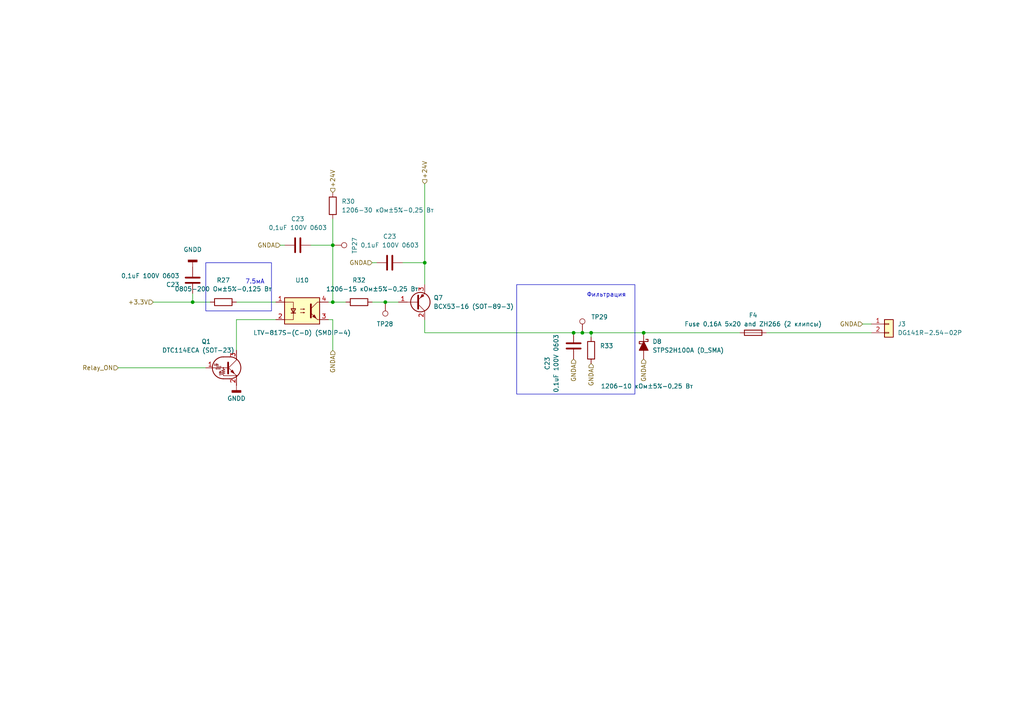
<source format=kicad_sch>
(kicad_sch (version 20250114) (generator "eeschema") (generator_version "9.0")
  (paper "A4")
  (lib_symbols
    (symbol "Connector:TestPoint" (pin_numbers (hide yes)) (pin_names (offset 0.762) (hide yes))
      (property "Reference" "TP" (at 0 6.858 0))
      (property "Value" "TestPoint" (at 0 5.08 0))
      (symbol "TestPoint_0_1"
        (circle (center 0 3.302) (radius 0.762))
      )
      (symbol "TestPoint_1_1"
        (pin passive line (at 0 0 90) (length 2.54) (name "1") (number "1"))
      )
    )
    (symbol "Connector_Generic:Conn_01x02" (pin_names (offset 1.016) (hide yes))
      (property "Reference" "J" (at 0 2.54 0))
      (property "Value" "Conn_01x02" (at 0 -5.08 0))
      (symbol "Conn_01x02_1_1"
        (rectangle (start -1.27 1.27) (end 1.27 -3.81) (stroke (width 0.254)) (fill (type background)))
        (rectangle (start -1.27 0.127) (end 0 -0.127) (stroke (width 0.1524)))
        (rectangle (start -1.27 -2.413) (end 0 -2.667) (stroke (width 0.1524)))
        (pin passive line (at -5.08 0 0) (length 3.81) (name "Pin_1") (number "1"))
        (pin passive line (at -5.08 -2.54 0) (length 3.81) (name "Pin_2") (number "2"))
      )
    )
    (symbol "Device:C" (pin_numbers (hide yes)) (pin_names (offset 0.254))
      (property "Reference" "C" (at 0.635 2.54 0))
      (property "Value" "C" (at 0.635 -2.54 0))
      (symbol "C_0_1"
        (polyline (pts (xy -2.032 0.762) (xy 2.032 0.762)) (stroke (width 0.508)))
        (polyline (pts (xy -2.032 -0.762) (xy 2.032 -0.762)) (stroke (width 0.508)))
      )
      (symbol "C_1_1"
        (pin passive line (at 0 3.81 270) (length 2.794) (name "~") (number "1"))
        (pin passive line (at 0 -3.81 90) (length 2.794) (name "~") (number "2"))
      )
    )
    (symbol "Device:Fuse" (pin_numbers (hide yes)) (pin_names (offset 0))
      (property "Reference" "F" (at 2.032 0 90))
      (property "Value" "Fuse" (at -1.905 0 90))
      (symbol "Fuse_0_1"
        (rectangle (start -0.762 -2.54) (end 0.762 2.54) (stroke (width 0.254)))
        (polyline (pts (xy 0 2.54) (xy 0 -2.54)))
      )
      (symbol "Fuse_1_1"
        (pin passive line (at 0 3.81 270) (length 1.27) (name "~") (number "1"))
        (pin passive line (at 0 -3.81 90) (length 1.27) (name "~") (number "2"))
      )
    )
    (symbol "Device:R" (pin_numbers (hide yes)) (pin_names (offset 0))
      (property "Reference" "R" (at 2.032 0 90))
      (property "Value" "R" (at 0 0 90))
      (symbol "R_0_1"
        (rectangle (start -1.016 -2.54) (end 1.016 2.54) (stroke (width 0.254)))
      )
      (symbol "R_1_1"
        (pin passive line (at 0 3.81 270) (length 1.27) (name "~") (number "1"))
        (pin passive line (at 0 -3.81 90) (length 1.27) (name "~") (number "2"))
      )
    )
    (symbol "Isolator:LTV-817S" (pin_names (offset 1.016))
      (property "Reference" "U" (at -3.81 5.08 0))
      (property "Value" "LTV-817S" (at 0 -5.08 0))
      (symbol "LTV-817S_1_1"
        (rectangle (start -5.08 3.81) (end 5.08 -3.81) (stroke (width 0.254)) (fill (type background)))
        (polyline (pts (xy -5.08 2.54) (xy -2.54 2.54) (xy -2.54 -0.762)))
        (polyline (pts (xy -3.175 -0.635) (xy -1.905 -0.635)) (stroke (width 0.254)))
        (polyline (pts (xy -2.54 -0.635) (xy -2.54 -2.54) (xy -5.08 -2.54)))
        (polyline (pts (xy -2.54 -0.635) (xy -3.175 0.635) (xy -1.905 0.635) (xy -2.54 -0.635)) (stroke (width 0.254)))
        (polyline (pts (xy -0.508 0.508) (xy 0.762 0.508) (xy 0.381 0.381) (xy 0.381 0.635) (xy 0.762 0.508)))
        (polyline (pts (xy -0.508 -0.508) (xy 0.762 -0.508) (xy 0.381 -0.635) (xy 0.381 -0.381) (xy 0.762 -0.508)))
        (polyline (pts (xy 2.54 1.905) (xy 2.54 -1.905) (xy 2.54 -1.905)) (stroke (width 0.508)))
        (polyline (pts (xy 2.54 0.635) (xy 4.445 2.54)))
        (polyline (pts (xy 3.048 -1.651) (xy 3.556 -1.143) (xy 4.064 -2.159) (xy 3.048 -1.651) (xy 3.048 -1.651)) (fill (type outline)))
        (polyline (pts (xy 4.445 2.54) (xy 5.08 2.54)))
        (polyline (pts (xy 4.445 -2.54) (xy 2.54 -0.635)) (fill (type outline)))
        (polyline (pts (xy 4.445 -2.54) (xy 5.08 -2.54)))
        (pin passive line (at -7.62 2.54 0) (length 2.54) (name "~") (number "1"))
        (pin passive line (at -7.62 -2.54 0) (length 2.54) (name "~") (number "2"))
        (pin passive line (at 7.62 2.54 180) (length 2.54) (name "~") (number "4"))
        (pin passive line (at 7.62 -2.54 180) (length 2.54) (name "~") (number "3"))
      )
    )
    (symbol "PCM_Diode_Schottky_AKL:STPS2H100A" (pin_numbers (hide yes)) (pin_names (offset 1.016) (hide yes))
      (property "Reference" "D" (at 0 5.08 0))
      (property "Value" "STPS2H100A" (at 0 2.54 0))
      (symbol "STPS2H100A_0_1"
        (polyline (pts (xy -1.27 0) (xy 1.27 0)))
        (polyline (pts (xy -1.27 -1.27) (xy -1.27 1.27) (xy 1.27 0) (xy -1.27 -1.27)) (stroke (width 0.254)) (fill (type outline)))
        (polyline (pts (xy 1.905 -0.635) (xy 1.905 -1.27) (xy 1.27 -1.27) (xy 1.27 1.27) (xy 0.635 1.27) (xy 0.635 0.635)) (stroke (width 0.254)))
      )
      (symbol "STPS2H100A_1_1"
        (pin passive line (at -3.81 0 0) (length 2.54) (name "A") (number "2"))
        (pin passive line (at 3.81 0 180) (length 2.54) (name "K") (number "1"))
      )
    )
    (symbol "Transistor_BJT:BCX53" (pin_names (offset 0) (hide yes))
      (property "Reference" "Q" (at 5.08 1.905 0))
      (property "Value" "BCX53" (at 5.08 0 0))
      (symbol "BCX53_0_1"
        (polyline (pts (xy -2.54 0) (xy 0.635 0)))
        (polyline (pts (xy 0.635 1.905) (xy 0.635 -1.905)) (stroke (width 0.508)))
        (polyline (pts (xy 0.635 0.635) (xy 2.54 2.54)))
        (polyline (pts (xy 0.635 -0.635) (xy 2.54 -2.54)))
        (circle (center 1.27 0) (radius 2.8194) (stroke (width 0.254)))
        (polyline (pts (xy 2.286 -1.778) (xy 1.778 -2.286) (xy 1.27 -1.27) (xy 2.286 -1.778)) (fill (type outline)))
      )
      (symbol "BCX53_1_1"
        (pin input line (at -5.08 0 0) (length 2.54) (name "B") (number "1"))
        (pin passive line (at 2.54 5.08 270) (length 2.54) (name "C") (number "2"))
        (pin passive line (at 2.54 -5.08 90) (length 2.54) (name "E") (number "3"))
      )
    )
    (symbol "Transistor_BJT:DTC114E" (pin_names (offset 0) (hide yes))
      (property "Reference" "Q" (at 5.08 1.905 0))
      (property "Value" "DTC114E" (at 5.08 0 0))
      (symbol "DTC114E_0_0"
        (text "10k" (at -3.302 0.889 0) (effects (font (size 0.508 0.508))))
        (text "10k" (at -2.159 -1.524 900) (effects (font (size 0.508 0.508))))
      )
      (symbol "DTC114E_0_1"
        (polyline (pts (xy -3.429 0) (xy -3.81 0)))
        (polyline (pts (xy -1.27 3.175) (xy 0.635 3.175)) (stroke (width 0.254)))
        (circle (center -1.27 0) (radius 0.127))
        (polyline (pts (xy -1.27 0) (xy -1.27 -0.381) (xy -0.762 -0.508) (xy -1.778 -0.762) (xy -0.762 -1.016) (xy -1.778 -1.27) (xy -0.762 -1.524) (xy -1.778 -1.778) (xy -1.27 -1.905) (xy -1.27 -2.286) (xy 2.54 -2.286)))
        (polyline (pts (xy -1.27 -3.175) (xy 0.635 -3.175)) (stroke (width 0.254)))
        (arc (start -1.27 -3.175) (mid -4.4312 0) (end -1.27 3.175) (stroke (width 0.254)))
        (polyline (pts (xy 0 0) (xy -1.905 0) (xy -2.032 0.508) (xy -2.286 -0.508) (xy -2.54 0.508) (xy -2.794 -0.508) (xy -3.048 0.508) (xy -3.302 -0.508) (xy -3.429 0)))
        (polyline (pts (xy 0 -0.254) (xy 2.54 2.286)))
        (polyline (pts (xy 0.127 1.524) (xy 0.127 -1.651)) (stroke (width 0.508)) (fill (type outline)))
        (arc (start 0.635 3.175) (mid 3.7962 0) (end 0.635 -3.175) (stroke (width 0.254)))
        (polyline (pts (xy 0.889 -1.143) (xy 1.397 -0.635) (xy 1.905 -1.651) (xy 0.889 -1.143)) (fill (type outline)))
        (polyline (pts (xy 2.54 2.286) (xy 2.54 2.54)))
        (polyline (pts (xy 2.54 -2.286) (xy 0 0.254) (xy 0 0.254)))
        (circle (center 2.54 -2.286) (radius 0.127))
      )
      (symbol "DTC114E_1_1"
        (pin input line (at -6.35 0 0) (length 2.54) (name "B") (number "1"))
        (pin passive line (at 2.54 5.08 270) (length 2.54) (name "C") (number "3"))
        (pin passive line (at 2.54 -5.08 90) (length 2.54) (name "E") (number "2"))
      )
    )
    (symbol "power:GNDD" (power) (pin_numbers (hide yes)) (pin_names (offset 0) (hide yes))
      (property "Value" "GNDD" (at 0 -3.175 0))
      (symbol "GNDD_0_1"
        (rectangle (start -1.27 -1.524) (end 1.27 -2.032) (stroke (width 0.254)) (fill (type outline)))
        (polyline (pts (xy 0 0) (xy 0 -1.524)))
      )
      (symbol "GNDD_1_1"
        (pin power_in line (at 0 0 270) (length 0) (name "~") (number "1"))
      )
    )
  )
  (rectangle (start 59.69 76.2) (end 78.74 90.17))
  (rectangle (start 149.86 82.55) (end 184.15 114.3))
  (text "7.5мА" (at 71.12 82.55 0) (effects (font (size 1.27 1.27)) (justify left bottom)))
  (text "Фильтрация" (at 170.18 86.36 0) (effects (font (size 1.27 1.27)) (justify left bottom)))
  (junction (at 55.88 87.63))
  (junction (at 166.37 96.52))
  (junction (at 96.52 87.63))
  (junction (at 111.76 87.63))
  (junction (at 186.69 96.52))
  (junction (at 168.91 96.52))
  (junction (at 123.19 76.2))
  (junction (at 96.52 71.12))
  (junction (at 171.45 96.52))
  (wire (pts (xy 68.58 87.63) (xy 80.01 87.63)))
  (wire (pts (xy 80.01 92.71) (xy 68.58 92.71)))
  (wire (pts (xy 168.91 96.52) (xy 171.45 96.52)))
  (wire (pts (xy 96.52 92.71) (xy 96.52 101.6)))
  (wire (pts (xy 171.45 96.52) (xy 171.45 97.79)))
  (wire (pts (xy 55.88 87.63) (xy 60.96 87.63)))
  (wire (pts (xy 95.25 92.71) (xy 96.52 92.71)))
  (wire (pts (xy 171.45 96.52) (xy 186.69 96.52)))
  (wire (pts (xy 123.19 76.2) (xy 123.19 82.55)))
  (wire (pts (xy 90.17 71.12) (xy 96.52 71.12)))
  (wire (pts (xy 123.19 96.52) (xy 166.37 96.52)))
  (wire (pts (xy 116.84 76.2) (xy 123.19 76.2)))
  (wire (pts (xy 111.76 87.63) (xy 115.57 87.63)))
  (wire (pts (xy 107.95 76.2) (xy 109.22 76.2)))
  (wire (pts (xy 96.52 71.12) (xy 96.52 87.63)))
  (wire (pts (xy 44.45 87.63) (xy 55.88 87.63)))
  (wire (pts (xy 96.52 63.5) (xy 96.52 71.12)))
  (wire (pts (xy 123.19 53.34) (xy 123.19 76.2)))
  (wire (pts (xy 166.37 96.52) (xy 168.91 96.52)))
  (wire (pts (xy 96.52 87.63) (xy 100.33 87.63)))
  (wire (pts (xy 123.19 92.71) (xy 123.19 96.52)))
  (wire (pts (xy 186.69 96.52) (xy 214.63 96.52)))
  (wire (pts (xy 34.29 106.68) (xy 59.69 106.68)))
  (wire (pts (xy 68.58 92.71) (xy 68.58 101.6)))
  (wire (pts (xy 222.25 96.52) (xy 252.73 96.52)))
  (wire (pts (xy 107.95 87.63) (xy 111.76 87.63)))
  (wire (pts (xy 96.52 87.63) (xy 95.25 87.63)))
  (wire (pts (xy 55.88 85.09) (xy 55.88 87.63)))
  (wire (pts (xy 81.28 71.12) (xy 82.55 71.12)))
  (wire (pts (xy 250.19 93.98) (xy 252.73 93.98)))
  (hierarchical_label "+3.3V" (shape input) (at 44.45 87.63 180))
  (hierarchical_label "GNDA" (shape input) (at 186.69 104.14 270))
  (hierarchical_label "+24V" (shape input) (at 96.52 55.88 90))
  (hierarchical_label "GNDA" (shape input) (at 250.19 93.98 180))
  (hierarchical_label "GNDA" (shape input) (at 166.37 104.14 270))
  (hierarchical_label "+24V" (shape input) (at 123.19 53.34 90))
  (hierarchical_label "GNDA" (shape input) (at 81.28 71.12 180))
  (hierarchical_label "GNDA" (shape input) (at 171.45 105.41 270))
  (hierarchical_label "GNDA" (shape input) (at 96.52 101.6 270))
  (hierarchical_label "GNDA" (shape input) (at 107.95 76.2 180))
  (hierarchical_label "Relay_ON" (shape input) (at 34.29 106.68 180))
  (symbol (lib_id "Connector:TestPoint") (at 168.91 96.52 0) (unit 1) (in_bom no)
    (property "Reference" "TP29" (at 171.45 91.948 0) (effects (justify left)))
    (property "Value" "TestPoint" (effects (hide yes)))
    (property "Footprint" "TestPoint:TestPoint_Pad_D1.0mm" (effects (hide yes)))
    (property "Description" "test point" (effects (hide yes)))
  )
  (symbol (lib_id "Device:R") (at 64.77 87.63 90) (unit 1)
    (property "Reference" "R31" (at 64.77 81.28 90))
    (property "Value" "0805-200 Ом±5%-0,125 Вт" (at 64.77 83.82 90))
    (property "Footprint" "Resistor_SMD:R_0805_2012Metric" (effects (hide yes)))
    (property "Description" "Resistor" (effects (hide yes)))
    (instances (project "Плата симистров" (path "" (reference "R27") (unit 1)) (path "" (reference "R15") (unit 1)) (path "" (reference "R19") (unit 1)) (path "" (reference "R23") (unit 1))) (project "analog_io_board" (path "" (reference "R31") (unit 1))))
  )
  (symbol (lib_id "Device:R") (at 104.14 87.63 90) (unit 1)
    (property "Reference" "R32" (at 104.14 81.28 90))
    (property "Value" "1206-15 кОм±5%-0,25 Вт" (at 107.95 83.82 90))
    (property "Footprint" "Resistor_SMD:R_1206_3216Metric" (effects (hide yes)))
    (property "Description" "Resistor" (effects (hide yes)))
  )
  (symbol (lib_id "Device:C") (at 166.37 100.33 0) (unit 1)
    (property "Reference" "C35" (at 158.75 105.41 90))
    (property "Value" "0,1uF 100V 0603" (at 161.29 105.41 90))
    (property "Footprint" "Capacitor_SMD:C_0603_1608Metric" (effects (hide yes)))
    (property "Description" "Unpolarized capacitor" (effects (hide yes)))
    (instances (project "Плата симистров" (path "" (reference "C23") (unit 1)) (path "" (reference "C26") (unit 1)) (path "" (reference "C17") (unit 1)) (path "" (reference "C20") (unit 1)) (path "" (reference "C23") (unit 1))) (project "analog_io_board" (path "" (reference "C35") (unit 1))))
  )
  (symbol (lib_id "power:GNDD") (at 68.58 111.76 0) (unit 1)
    (property "Reference" "#PWR090" (effects (hide yes)))
    (property "Value" "GNDD" (at 68.58 115.57 0))
    (property "Description" "Power symbol creates a global label with name \"GNDD\" , digital ground" (effects (hide yes)))
    (instances (project "Плата симистров" (path "" (reference "#PWR021") (unit 1)) (path "" (reference "#PWR039") (unit 1)) (path "" (reference "#PWR036") (unit 1)) (path "" (reference "#PWR037") (unit 1)) (path "" (reference "#PWR038") (unit 1))) (project "Плата внешних шаговых двигателей" (path "" (reference "#PWR014") (unit 1))) (project "analog_io_board" (path "" (reference "#PWR090") (unit 1))))
  )
  (symbol (lib_id "Connector:TestPoint") (at 111.76 87.63 180) (unit 1) (in_bom no)
    (property "Reference" "TP28" (at 109.22 93.98 0) (effects (justify right)))
    (property "Value" "TestPoint" (effects (hide yes)))
    (property "Footprint" "TestPoint:TestPoint_Pad_D1.0mm" (effects (hide yes)))
    (property "Description" "test point" (effects (hide yes)))
  )
  (symbol (lib_id "Device:R") (at 171.45 101.6 0) (unit 1)
    (property "Reference" "R33" (at 173.99 100.33 0) (effects (justify left)))
    (property "Value" "1206-10 кОм±5%-0,25 Вт" (at 174.244 112.014 0) (effects (justify left)))
    (property "Footprint" "Resistor_SMD:R_1206_3216Metric" (effects (hide yes)))
    (property "Description" "Resistor" (effects (hide yes)))
  )
  (symbol (lib_id "Device:R") (at 96.52 59.69 180) (unit 1)
    (property "Reference" "R30" (at 99.06 58.42 0) (effects (justify right)))
    (property "Value" "1206-30 кОм±5%-0,25 Вт" (at 99.06 60.96 0) (effects (justify right)))
    (property "Footprint" "Resistor_SMD:R_1206_3216Metric" (effects (hide yes)))
    (property "Description" "Resistor" (effects (hide yes)))
  )
  (symbol (lib_id "PCM_Diode_Schottky_AKL:STPS2H100A") (at 186.69 100.33 90) (unit 1)
    (property "Reference" "D6" (at 189.23 99.06 90) (effects (justify right)))
    (property "Value" "STPS2H100A (D_SMA)" (at 189.23 101.6 90) (effects (justify right)))
    (property "Footprint" "Diode_SMD:D_SMA" (effects (hide yes)))
    (property "Datasheet" "https://www.tme.eu/Document/0cb5a57c53f814682e2fe91a0628017d/stps2h100a.pdf" (effects (hide yes)))
    (instances (project "Плата насосов" (path "" (reference "D8") (unit 1)) (path "" (reference "D7") (unit 1))) (project "analog_io_board" (path "" (reference "D6") (unit 1))))
  )
  (symbol (lib_id "Connector:TestPoint") (at 96.52 71.12 270) (unit 1) (in_bom no)
    (property "Reference" "TP27" (at 102.87 73.66 0) (effects (justify right)))
    (property "Value" "TestPoint" (effects (hide yes)))
    (property "Footprint" "TestPoint:TestPoint_Pad_D1.0mm" (effects (hide yes)))
    (property "Description" "test point" (effects (hide yes)))
  )
  (symbol (lib_id "Device:C") (at 113.03 76.2 270) (unit 1)
    (property "Reference" "C33" (at 113.03 68.58 90))
    (property "Value" "0,1uF 100V 0603" (at 113.03 71.12 90))
    (property "Footprint" "Capacitor_SMD:C_0603_1608Metric" (effects (hide yes)))
    (property "Description" "Unpolarized capacitor" (effects (hide yes)))
    (instances (project "Плата симистров" (path "" (reference "C23") (unit 1)) (path "" (reference "C26") (unit 1)) (path "" (reference "C17") (unit 1)) (path "" (reference "C20") (unit 1)) (path "" (reference "C23") (unit 1))) (project "analog_io_board" (path "" (reference "C33") (unit 1))))
  )
  (symbol (lib_id "Isolator:LTV-817S") (at 87.63 90.17 0) (unit 1)
    (property "Reference" "U10" (at 87.63 81.28 0))
    (property "Value" "LTV-817S-(С-D) (SMDIP-4)" (at 87.63 96.52 0))
    (property "Footprint" "Package_DIP:SMDIP-4_W9.53mm" (effects (hide yes)))
    (property "Datasheet" "http://www.us.liteon.com/downloads/LTV-817-827-847.PDF" (effects (hide yes)))
    (property "Description" "DC Optocoupler, Vce 35V, CTR 50%, SMDIP-4" (effects (hide yes)))
  )
  (symbol (lib_id "Device:C") (at 86.36 71.12 270) (unit 1)
    (property "Reference" "C32" (at 86.36 63.5 90))
    (property "Value" "0,1uF 100V 0603" (at 86.36 66.04 90))
    (property "Footprint" "Capacitor_SMD:C_0603_1608Metric" (effects (hide yes)))
    (property "Description" "Unpolarized capacitor" (effects (hide yes)))
    (instances (project "Плата симистров" (path "" (reference "C23") (unit 1)) (path "" (reference "C26") (unit 1)) (path "" (reference "C17") (unit 1)) (path "" (reference "C20") (unit 1)) (path "" (reference "C23") (unit 1))) (project "analog_io_board" (path "" (reference "C32") (unit 1))))
  )
  (symbol (lib_id "power:GNDD") (at 55.88 77.47 180) (unit 1)
    (property "Reference" "#PWR089" (effects (hide yes)))
    (property "Value" "GNDD" (at 55.88 72.39 0))
    (property "Description" "Power symbol creates a global label with name \"GNDD\" , digital ground" (effects (hide yes)))
    (instances (project "Плата симистров" (path "" (reference "#PWR049") (unit 1)) (path "" (reference "#PWR055") (unit 1)) (path "" (reference "#PWR052") (unit 1)) (path "" (reference "#PWR053") (unit 1)) (path "" (reference "#PWR054") (unit 1))) (project "analog_io_board" (path "" (reference "#PWR089") (unit 1))))
  )
  (symbol (lib_id "Device:C") (at 55.88 81.28 180) (unit 1)
    (property "Reference" "C34" (at 52.07 82.55 0) (effects (justify left)))
    (property "Value" "0,1uF 100V 0603" (at 52.07 80.01 0) (effects (justify left)))
    (property "Footprint" "Capacitor_SMD:C_0603_1608Metric" (effects (hide yes)))
    (property "Description" "Unpolarized capacitor" (effects (hide yes)))
    (instances (project "Плата симистров" (path "" (reference "C23") (unit 1)) (path "" (reference "C26") (unit 1)) (path "" (reference "C17") (unit 1)) (path "" (reference "C20") (unit 1)) (path "" (reference "C23") (unit 1))) (project "analog_io_board" (path "" (reference "C34") (unit 1))))
  )
  (symbol (lib_id "Device:Fuse") (at 218.44 96.52 90) (unit 1)
    (property "Reference" "F4" (at 218.44 91.44 90))
    (property "Value" "Fuse 0,16A 5x20 and ZH266 (2 клипсы)" (at 218.44 93.98 90))
    (property "Footprint" "Fuse:Fuseholder_100_series_5x20mm_D1,5" (effects (hide yes)))
    (property "Description" "Fuse" (effects (hide yes)))
  )
  (symbol (lib_id "Transistor_BJT:BCX53") (at 120.65 87.63 0) (mirror x) (unit 1)
    (property "Reference" "Q7" (at 125.73 86.36 0) (effects (justify left)))
    (property "Value" "BCX53-16 (SOT-89-3)" (at 125.73 88.9 0) (effects (justify left)))
    (property "Footprint" "Package_TO_SOT_SMD:SOT-89-3" (effects (hide yes)))
    (property "Datasheet" "http://www.infineon.com/dgdl/bcx51_bcx52_bcx53.pdf" (effects (hide yes)))
    (property "Description" "1A Ic, 80V Vce, PNP Medium Power Transistor, SOT-89" (effects (hide yes)))
  )
  (symbol (lib_id "Transistor_BJT:DTC114E") (at 66.04 106.68 0) (unit 1)
    (property "Reference" "Q8" (at 58.42 99.06 0) (effects (justify left)))
    (property "Value" "DTC114ECA (SOT-23)" (at 46.99 101.6 0) (effects (justify left)))
    (property "Footprint" "Package_TO_SOT_SMD:SOT-23" (effects (hide yes)))
    (property "Description" "Digital NPN Transistor, 10k/10k, SOT-23" (effects (hide yes)))
    (instances (project "Плата симистров" (path "" (reference "Q1") (unit 1)) (path "" (reference "Q10") (unit 1)) (path "" (reference "Q4") (unit 1)) (path "" (reference "Q6") (unit 1)) (path "" (reference "Q8") (unit 1))) (project "Плата внешних шаговых двигателей" (path "" (reference "Q4") (unit 1))) (project "analog_io_board" (path "" (reference "Q8") (unit 1))))
  )
  (symbol (lib_id "Connector_Generic:Conn_01x02") (at 257.81 93.98 0) (unit 1)
    (property "Reference" "J8" (at 260.35 93.98 0) (effects (justify left)))
    (property "Value" "DG141R-2.54-02P" (at 260.35 96.52 0) (effects (justify left)))
    (property "Footprint" "Connector:DG141R-02" (effects (hide yes)))
    (property "Description" "Generic connector, single row, 01x02, script generated (kicad-library-utils/schlib/autogen/connector/)" (effects (hide yes)))
    (instances (project "Плата симистров" (path "" (reference "J3") (unit 1))) (project "analog_io_board" (path "" (reference "J8") (unit 1))))
  )
)
</source>
